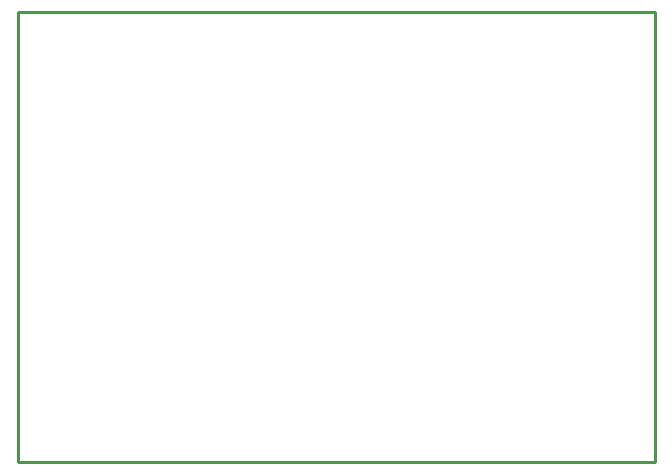
<source format=gm1>
G04*
G04 #@! TF.GenerationSoftware,Altium Limited,Altium Designer,18.1.6 (161)*
G04*
G04 Layer_Color=16711935*
%FSLAX25Y25*%
%MOIN*%
G70*
G01*
G75*
%ADD10C,0.01000*%
D10*
X0Y0D02*
X212500D01*
Y-150000D02*
Y0D01*
X0Y-150000D02*
X212500D01*
X0D02*
Y0D01*
M02*

</source>
